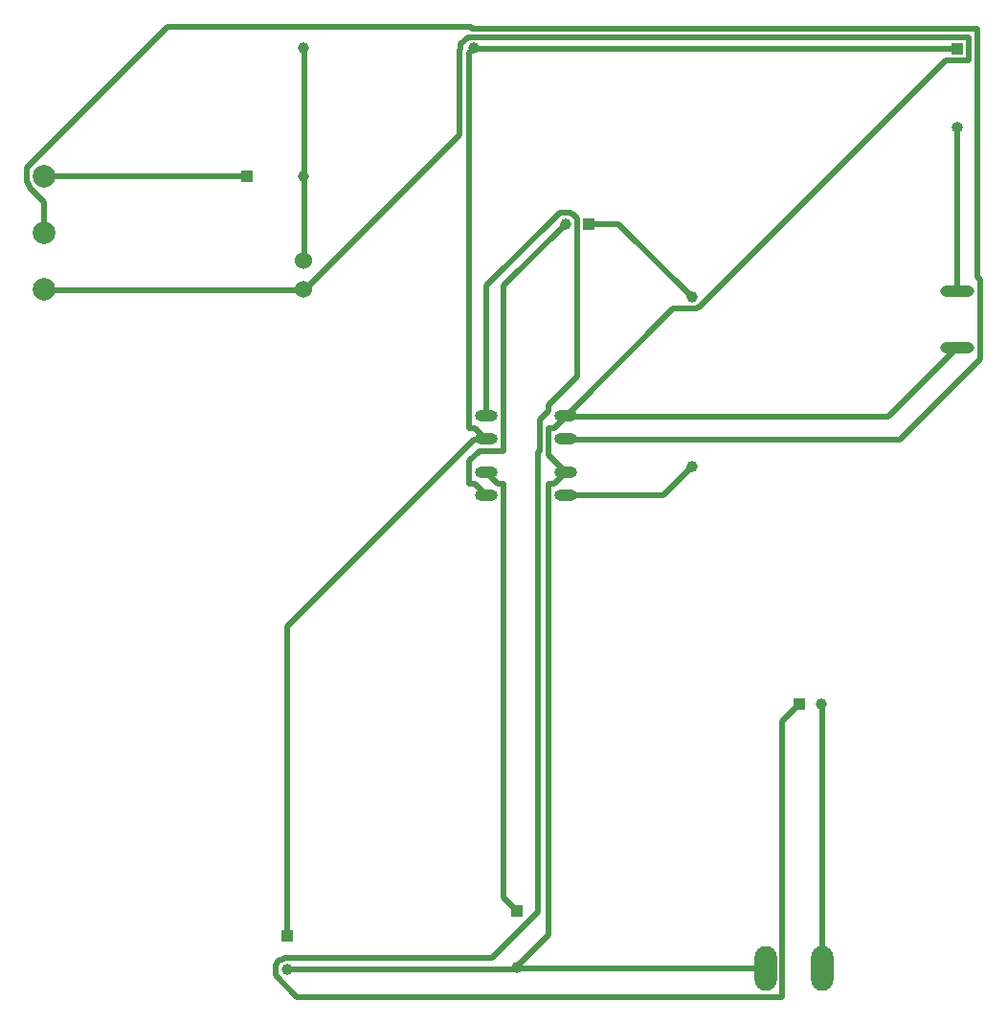
<source format=gbr>
G04 #@! TF.FileFunction,Copper,L2,Bot,Signal*
%FSLAX46Y46*%
G04 Gerber Fmt 4.6, Leading zero omitted, Abs format (unit mm)*
G04 Created by KiCad (PCBNEW 4.0.2+dfsg1-stable) date Ter 27 Nov 2018 10:20:08 -02*
%MOMM*%
G01*
G04 APERTURE LIST*
%ADD10C,0.100000*%
%ADD11O,3.000000X1.000000*%
%ADD12R,1.000000X1.000000*%
%ADD13C,1.000000*%
%ADD14C,1.524000*%
%ADD15O,2.000000X1.000000*%
%ADD16C,2.000000*%
%ADD17O,1.000000X1.000000*%
%ADD18O,1.981200X3.962400*%
%ADD19C,0.500000*%
G04 APERTURE END LIST*
D10*
D11*
X202565000Y-89535000D03*
X202565000Y-94535000D03*
D12*
X139750800Y-79400400D03*
D13*
X144750800Y-79400400D03*
D12*
X163576000Y-144272000D03*
D13*
X163576000Y-149272000D03*
X143260000Y-149510000D03*
D12*
X143260000Y-146510000D03*
D14*
X144730000Y-86810000D03*
X144730000Y-89350000D03*
D15*
X167894000Y-107569000D03*
X167894000Y-105569000D03*
X167894000Y-102569000D03*
X167894000Y-100569000D03*
X160894000Y-100569000D03*
X160894000Y-102569000D03*
X160894000Y-105569000D03*
X160894000Y-107569000D03*
D16*
X121793000Y-84375000D03*
X121793000Y-89375000D03*
X121793000Y-79375000D03*
D13*
X159766000Y-68021200D03*
X144766000Y-68021200D03*
X179070000Y-105030000D03*
X179070000Y-90030000D03*
D12*
X202565000Y-68072000D03*
D17*
X202565000Y-75072000D03*
D18*
X190601600Y-149352000D03*
X185601600Y-149352000D03*
D12*
X169926000Y-83566000D03*
D13*
X167926000Y-83566000D03*
X190569600Y-125984000D03*
D12*
X188569600Y-125984000D03*
D19*
X202565000Y-75072000D02*
X202565000Y-89535000D01*
X167894000Y-100569000D02*
X167894000Y-100584000D01*
X167894000Y-100584000D02*
X177419000Y-91059000D01*
X177419000Y-91059000D02*
X179451000Y-91059000D01*
X179451000Y-91059000D02*
X179578000Y-90932000D01*
X179578000Y-90932000D02*
X179705000Y-90932000D01*
X179705000Y-90932000D02*
X201549000Y-69088000D01*
X201549000Y-69088000D02*
X203581000Y-69088000D01*
X203581000Y-69088000D02*
X203581000Y-67056000D01*
X203581000Y-67056000D02*
X159258000Y-67056000D01*
X159258000Y-67056000D02*
X158623000Y-67691000D01*
X158623000Y-67691000D02*
X158623000Y-68072000D01*
X158623000Y-68072000D02*
X158496000Y-68199000D01*
X158496000Y-68199000D02*
X158496000Y-75692000D01*
X158496000Y-75692000D02*
X144780000Y-89408000D01*
X144780000Y-89408000D02*
X144730000Y-89350000D01*
X167894000Y-105569000D02*
X167894000Y-105537000D01*
X167894000Y-105537000D02*
X166878000Y-106553000D01*
X166878000Y-106553000D02*
X166370000Y-106553000D01*
X166370000Y-106553000D02*
X166370000Y-146431000D01*
X166370000Y-146431000D02*
X163576000Y-149225000D01*
X163576000Y-149225000D02*
X163576000Y-149272000D01*
X202565000Y-94535000D02*
X202565000Y-94488000D01*
X202565000Y-94488000D02*
X196469000Y-100584000D01*
X196469000Y-100584000D02*
X167894000Y-100584000D01*
X167894000Y-100584000D02*
X167894000Y-100569000D01*
X144730000Y-89350000D02*
X144780000Y-89408000D01*
X144780000Y-89408000D02*
X121793000Y-89408000D01*
X121793000Y-89408000D02*
X121793000Y-89375000D01*
X163576000Y-149272000D02*
X163576000Y-149225000D01*
X163576000Y-149225000D02*
X163703000Y-149352000D01*
X163703000Y-149352000D02*
X185601600Y-149352000D01*
X163576000Y-149272000D02*
X163576000Y-149225000D01*
X163576000Y-149225000D02*
X163322000Y-149479000D01*
X163322000Y-149479000D02*
X143256000Y-149479000D01*
X143256000Y-149479000D02*
X143260000Y-149510000D01*
X167894000Y-100569000D02*
X167894000Y-100584000D01*
X167894000Y-100584000D02*
X166878000Y-101600000D01*
X166878000Y-101600000D02*
X166370000Y-101600000D01*
X166370000Y-101600000D02*
X166370000Y-104013000D01*
X166370000Y-104013000D02*
X167894000Y-105537000D01*
X167894000Y-105537000D02*
X167894000Y-105569000D01*
X139750800Y-79400400D02*
X139700000Y-79375000D01*
X139700000Y-79375000D02*
X121793000Y-79375000D01*
X144750800Y-79400400D02*
X144780000Y-79375000D01*
X144780000Y-79375000D02*
X144780000Y-68072000D01*
X144780000Y-68072000D02*
X144766000Y-68021200D01*
X144730000Y-86810000D02*
X144780000Y-86868000D01*
X144780000Y-86868000D02*
X144780000Y-79375000D01*
X144780000Y-79375000D02*
X144750800Y-79400400D01*
X160894000Y-105569000D02*
X160909000Y-105537000D01*
X160909000Y-105537000D02*
X161925000Y-106553000D01*
X161925000Y-106553000D02*
X162433000Y-106553000D01*
X162433000Y-106553000D02*
X162433000Y-143129000D01*
X162433000Y-143129000D02*
X163576000Y-144272000D01*
X179070000Y-90030000D02*
X179070000Y-90043000D01*
X179070000Y-90043000D02*
X172593000Y-83566000D01*
X172593000Y-83566000D02*
X169926000Y-83566000D01*
X160894000Y-100569000D02*
X160909000Y-100584000D01*
X160909000Y-100584000D02*
X160909000Y-89027000D01*
X160909000Y-89027000D02*
X167386000Y-82550000D01*
X167386000Y-82550000D02*
X168275000Y-82550000D01*
X168275000Y-82550000D02*
X168402000Y-82677000D01*
X168402000Y-82677000D02*
X168529000Y-82677000D01*
X168529000Y-82677000D02*
X168910000Y-83058000D01*
X168910000Y-83058000D02*
X168910000Y-97028000D01*
X168910000Y-97028000D02*
X166370000Y-99568000D01*
X166370000Y-99568000D02*
X166370000Y-100076000D01*
X166370000Y-100076000D02*
X165608000Y-100838000D01*
X165608000Y-100838000D02*
X165608000Y-103632000D01*
X165608000Y-103632000D02*
X165481000Y-103759000D01*
X165481000Y-103759000D02*
X165481000Y-144399000D01*
X165481000Y-144399000D02*
X161417000Y-148463000D01*
X161417000Y-148463000D02*
X143002000Y-148463000D01*
X143002000Y-148463000D02*
X142875000Y-148590000D01*
X142875000Y-148590000D02*
X142621000Y-148590000D01*
X142621000Y-148590000D02*
X142367000Y-148844000D01*
X142367000Y-148844000D02*
X142367000Y-148971000D01*
X142367000Y-148971000D02*
X142240000Y-149098000D01*
X142240000Y-149098000D02*
X142240000Y-149987000D01*
X142240000Y-149987000D02*
X144145000Y-151892000D01*
X144145000Y-151892000D02*
X187071000Y-151892000D01*
X187071000Y-151892000D02*
X187071000Y-127508000D01*
X187071000Y-127508000D02*
X188595000Y-125984000D01*
X188595000Y-125984000D02*
X188569600Y-125984000D01*
X143260000Y-146510000D02*
X143256000Y-146558000D01*
X143256000Y-146558000D02*
X143256000Y-119126000D01*
X143256000Y-119126000D02*
X159766000Y-102616000D01*
X159766000Y-102616000D02*
X160909000Y-102616000D01*
X160909000Y-102616000D02*
X160894000Y-102569000D01*
X159766000Y-68021200D02*
X159766000Y-68072000D01*
X159766000Y-68072000D02*
X202565000Y-68072000D01*
X160894000Y-102569000D02*
X160909000Y-102616000D01*
X160909000Y-102616000D02*
X159893000Y-101600000D01*
X159893000Y-101600000D02*
X159385000Y-101600000D01*
X159385000Y-101600000D02*
X159385000Y-68453000D01*
X159385000Y-68453000D02*
X159766000Y-68072000D01*
X159766000Y-68072000D02*
X159766000Y-68021200D01*
X179070000Y-105030000D02*
X179070000Y-105029000D01*
X179070000Y-105029000D02*
X176530000Y-107569000D01*
X176530000Y-107569000D02*
X167894000Y-107569000D01*
X121793000Y-84375000D02*
X121793000Y-81661000D01*
X121793000Y-81661000D02*
X120523000Y-80391000D01*
X120523000Y-80391000D02*
X120523000Y-80264000D01*
X120523000Y-80264000D02*
X120396000Y-80137000D01*
X120396000Y-80137000D02*
X120396000Y-80010000D01*
X120396000Y-80010000D02*
X120269000Y-79883000D01*
X120269000Y-79883000D02*
X120269000Y-78613000D01*
X120269000Y-78613000D02*
X132715000Y-66167000D01*
X132715000Y-66167000D02*
X159512000Y-66167000D01*
X159512000Y-66167000D02*
X159639000Y-66294000D01*
X159639000Y-66294000D02*
X204343000Y-66294000D01*
X204343000Y-66294000D02*
X204343000Y-88265000D01*
X204343000Y-88265000D02*
X204597000Y-88519000D01*
X204597000Y-88519000D02*
X204597000Y-95504000D01*
X204597000Y-95504000D02*
X197485000Y-102616000D01*
X197485000Y-102616000D02*
X167894000Y-102616000D01*
X167894000Y-102616000D02*
X167894000Y-102569000D01*
X160894000Y-107569000D02*
X160909000Y-107569000D01*
X160909000Y-107569000D02*
X159893000Y-106553000D01*
X159893000Y-106553000D02*
X159385000Y-106553000D01*
X159385000Y-106553000D02*
X159385000Y-104521000D01*
X159385000Y-104521000D02*
X160274000Y-103632000D01*
X160274000Y-103632000D02*
X162433000Y-103632000D01*
X162433000Y-103632000D02*
X162433000Y-89027000D01*
X162433000Y-89027000D02*
X167894000Y-83566000D01*
X167894000Y-83566000D02*
X167926000Y-83566000D01*
X190569600Y-125984000D02*
X190627000Y-125984000D01*
X190627000Y-125984000D02*
X190627000Y-149352000D01*
X190627000Y-149352000D02*
X190601600Y-149352000D01*
M02*

</source>
